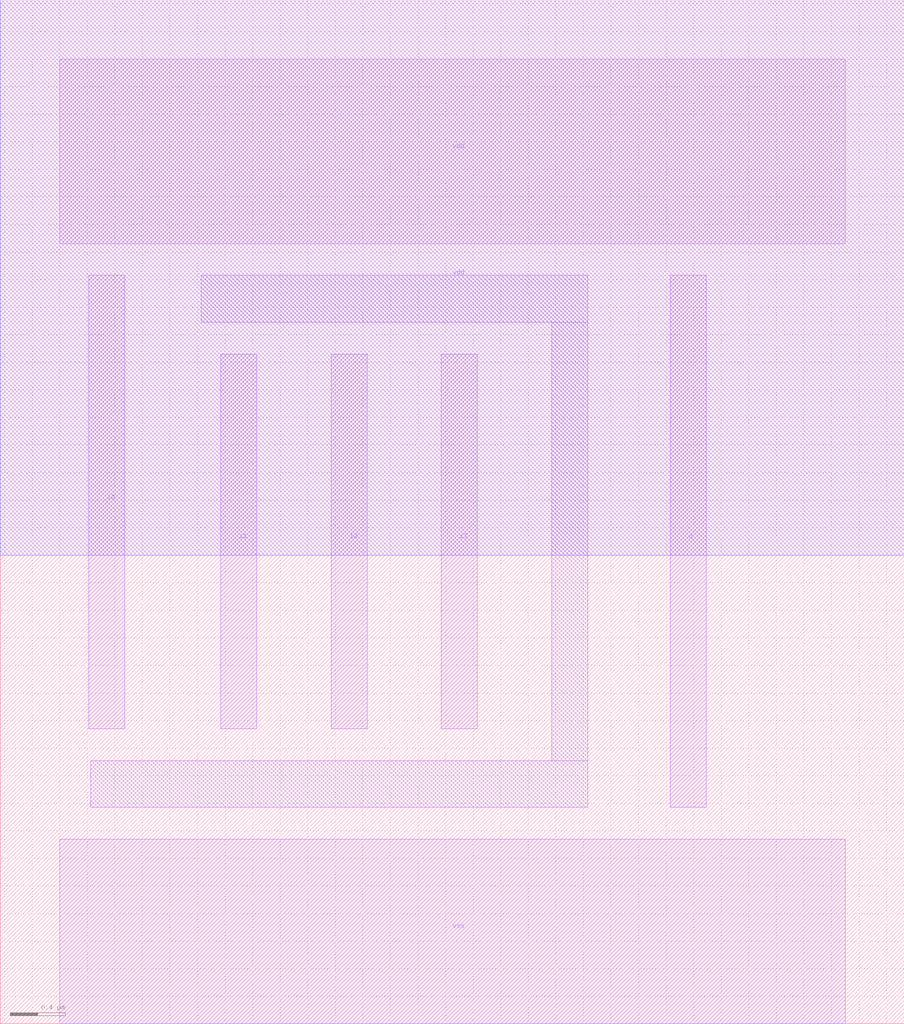
<source format=lef>
VERSION 5.7 ;
  NOWIREEXTENSIONATPIN ON ;
  DIVIDERCHAR "/" ;
  BUSBITCHARS "[]" ;
MACRO and4_x1
  CLASS BLOCK ;
  FOREIGN and4_x1 ;
  ORIGIN 0.430 0.000 ;
  SIZE 6.560 BY 7.430 ;
  PIN vdd
    ANTENNADIFFAREA 3.973000 ;
    PORT
      LAYER Nwell ;
        RECT -0.430 3.400 6.130 7.430 ;
      LAYER Metal1 ;
        RECT 0.000 5.660 5.700 7.000 ;
    END
  END vdd
  PIN vss
    ANTENNADIFFAREA 3.040200 ;
    PORT
      LAYER Metal1 ;
        RECT 0.000 0.000 5.700 1.340 ;
    END
  END vss
  PIN i0
    ANTENNAGATEAREA 0.492800 ;
    PORT
      LAYER Metal1 ;
        RECT 0.210 2.140 0.470 5.430 ;
    END
  END i0
  PIN i1
    ANTENNAGATEAREA 0.492800 ;
    PORT
      LAYER Metal1 ;
        RECT 1.170 2.140 1.430 4.860 ;
    END
  END i1
  PIN i2
    ANTENNAGATEAREA 0.492800 ;
    PORT
      LAYER Metal1 ;
        RECT 1.970 2.140 2.230 4.860 ;
    END
  END i2
  PIN i3
    ANTENNAGATEAREA 0.492800 ;
    PORT
      LAYER Metal1 ;
        RECT 2.770 2.140 3.030 4.860 ;
    END
  END i3
  PIN q
    ANTENNADIFFAREA 1.738000 ;
    PORT
      LAYER Metal1 ;
        RECT 4.430 1.570 4.690 5.430 ;
    END
  END q
  OBS
      LAYER Metal1 ;
        RECT 1.025 5.090 3.830 5.430 ;
        RECT 3.570 1.910 3.830 5.090 ;
        RECT 0.225 1.570 3.830 1.910 ;
  END
END and4_x1
END LIBRARY


</source>
